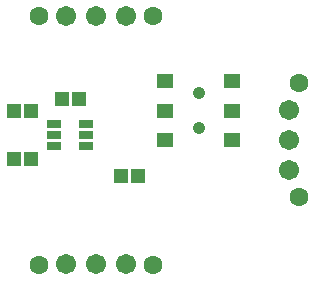
<source format=gts>
G75*
%MOIN*%
%OFA0B0*%
%FSLAX25Y25*%
%IPPOS*%
%LPD*%
%AMOC8*
5,1,8,0,0,1.08239X$1,22.5*
%
%ADD10R,0.04540X0.04540*%
%ADD11C,0.06737*%
%ADD12C,0.06312*%
%ADD13R,0.05328X0.04737*%
%ADD14C,0.04146*%
%ADD15R,0.04934X0.03162*%
D10*
X0050327Y0044370D03*
X0056035Y0044370D03*
X0036350Y0069961D03*
X0030642Y0069961D03*
X0020602Y0066024D03*
X0014894Y0066024D03*
X0014894Y0050276D03*
X0020602Y0050276D03*
D11*
X0032118Y0015079D03*
X0042157Y0015079D03*
X0052197Y0015079D03*
X0106606Y0046339D03*
X0106606Y0056378D03*
X0106606Y0066417D03*
X0052197Y0097677D03*
X0042157Y0097677D03*
X0032118Y0097677D03*
D12*
X0023181Y0014843D03*
X0061134Y0014843D03*
X0109874Y0037402D03*
X0109874Y0075354D03*
X0061134Y0097913D03*
X0023181Y0097913D03*
D13*
X0065228Y0076063D03*
X0065228Y0066220D03*
X0065228Y0056378D03*
X0087472Y0056378D03*
X0087472Y0066220D03*
X0087472Y0076063D03*
D14*
X0076350Y0072126D03*
X0076350Y0060315D03*
D15*
X0038811Y0061890D03*
X0038811Y0058150D03*
X0038811Y0054409D03*
X0028181Y0054409D03*
X0028181Y0058150D03*
X0028181Y0061890D03*
M02*

</source>
